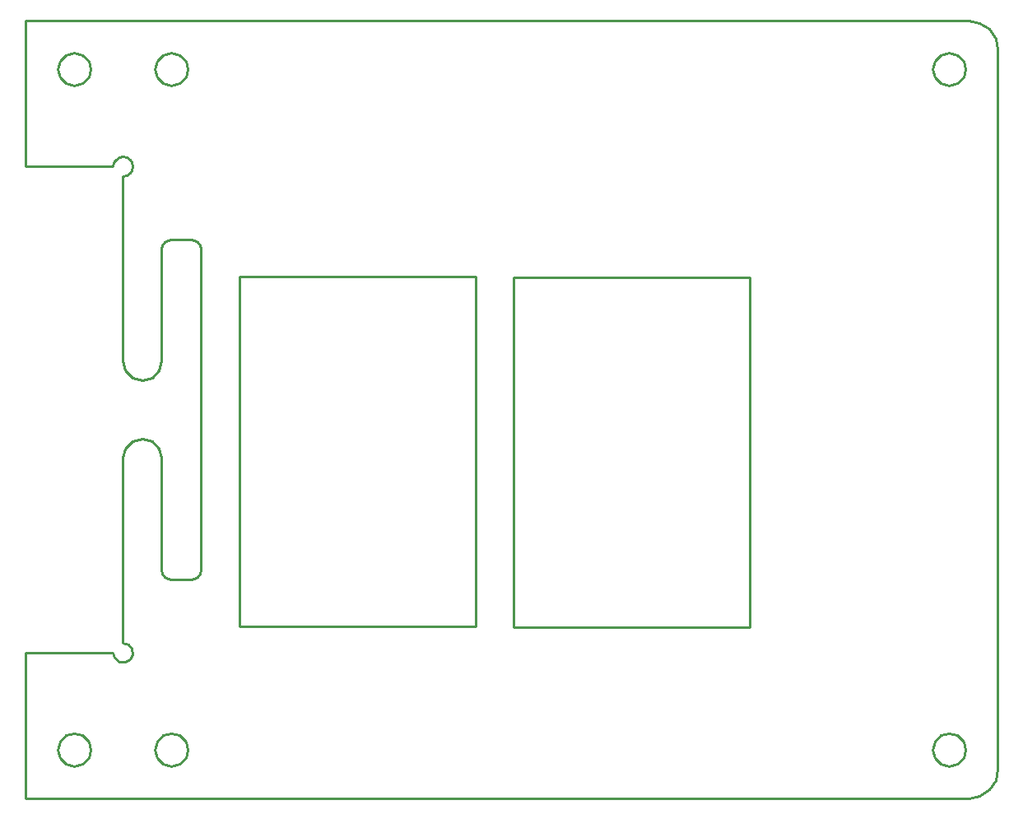
<source format=gbr>
G04 EAGLE Gerber RS-274X export*
G75*
%MOMM*%
%FSLAX34Y34*%
%LPD*%
%IN*%
%IPPOS*%
%AMOC8*
5,1,8,0,0,1.08239X$1,22.5*%
G01*
%ADD10C,0.254000*%


D10*
X172798Y182083D02*
X1142798Y182083D01*
X1154279Y184367D01*
X1164011Y190870D01*
X1170514Y200603D01*
X1172798Y212083D01*
X1172800Y952083D01*
X1170516Y963564D01*
X1164013Y973296D01*
X1154281Y979799D01*
X1142800Y982083D01*
X172798Y982083D01*
X172798Y832083D01*
X262798Y832083D01*
X263584Y835975D01*
X265727Y839154D01*
X268906Y841297D01*
X272798Y842083D01*
X276691Y841297D01*
X279869Y839154D01*
X282012Y835975D01*
X282798Y832083D01*
X282012Y828190D01*
X279869Y825012D01*
X276690Y822869D01*
X272798Y822083D01*
X272798Y632083D01*
X275478Y622083D01*
X282798Y614763D01*
X292798Y612083D01*
X302798Y614763D01*
X310119Y622083D01*
X312798Y632083D01*
X312798Y747083D01*
X313584Y750975D01*
X315727Y754154D01*
X318906Y756297D01*
X322798Y757083D01*
X342798Y757083D01*
X346690Y756297D01*
X349869Y754154D01*
X352012Y750975D01*
X352798Y747083D01*
X352798Y417083D01*
X352012Y413191D01*
X349869Y410012D01*
X346690Y407869D01*
X342798Y407083D01*
X322798Y407083D01*
X318906Y407869D01*
X315727Y410012D01*
X313584Y413191D01*
X312798Y417083D01*
X312798Y532083D01*
X310119Y542083D01*
X302798Y549404D01*
X292798Y552083D01*
X282798Y549404D01*
X275478Y542083D01*
X272798Y532083D01*
X272798Y342083D01*
X278354Y340398D01*
X282037Y335910D01*
X282606Y330132D01*
X279869Y325012D01*
X274749Y322275D01*
X268971Y322844D01*
X264483Y326527D01*
X262798Y332083D01*
X172798Y332083D01*
X172798Y182083D01*
X392430Y359010D02*
X635430Y359010D01*
X635430Y719010D01*
X392430Y719010D01*
X392430Y359010D01*
X674370Y357740D02*
X917370Y357740D01*
X917370Y717740D01*
X674370Y717740D01*
X674370Y357740D01*
X205798Y232083D02*
X208076Y223583D01*
X214298Y217361D01*
X222798Y215083D01*
X231298Y217361D01*
X237520Y223583D01*
X239798Y232083D01*
X237520Y240583D01*
X231298Y246805D01*
X222798Y249083D01*
X214298Y246805D01*
X208076Y240583D01*
X205798Y232083D01*
X305798Y232083D02*
X308076Y223583D01*
X314298Y217361D01*
X322798Y215083D01*
X331298Y217361D01*
X337520Y223583D01*
X339798Y232083D01*
X337520Y240583D01*
X331298Y246805D01*
X322798Y249083D01*
X314298Y246805D01*
X308076Y240583D01*
X305798Y232083D01*
X305798Y932083D02*
X308076Y923583D01*
X314298Y917361D01*
X322798Y915083D01*
X331298Y917361D01*
X337520Y923583D01*
X339798Y932083D01*
X337520Y940583D01*
X331298Y946805D01*
X322798Y949083D01*
X314298Y946805D01*
X308076Y940583D01*
X305798Y932083D01*
X1105800Y232083D02*
X1108078Y223583D01*
X1114300Y217361D01*
X1122800Y215083D01*
X1131300Y217361D01*
X1137522Y223583D01*
X1139800Y232083D01*
X1137522Y240583D01*
X1131300Y246805D01*
X1122800Y249083D01*
X1114300Y246805D01*
X1108078Y240583D01*
X1105800Y232083D01*
X205798Y932083D02*
X208076Y923583D01*
X214298Y917361D01*
X222798Y915083D01*
X231298Y917361D01*
X237520Y923583D01*
X239798Y932083D01*
X237520Y940583D01*
X231298Y946805D01*
X222798Y949083D01*
X214298Y946805D01*
X208076Y940583D01*
X205798Y932083D01*
X1105800Y932083D02*
X1108078Y923583D01*
X1114300Y917361D01*
X1122800Y915083D01*
X1131300Y917361D01*
X1137522Y923583D01*
X1139800Y932083D01*
X1137522Y940583D01*
X1131300Y946805D01*
X1122800Y949083D01*
X1114300Y946805D01*
X1108078Y940583D01*
X1105800Y932083D01*
M02*

</source>
